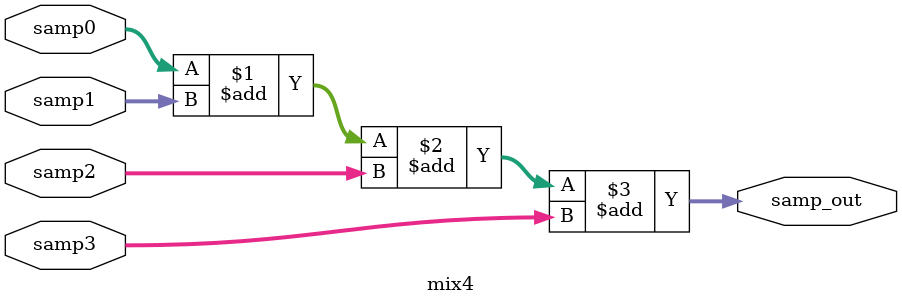
<source format=v>
module mix4 (
    input wire [7:0] samp0, samp1, samp2, samp3,
    output wire [15:0] samp_out
);

    assign samp_out = samp0 + samp1 + samp2 + samp3;

endmodule
</source>
